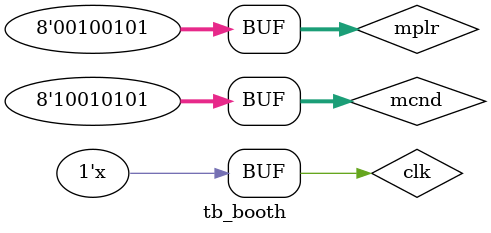
<source format=v>
`timescale 1ns/1ns

module booth_check(i,check,o,msb);
	input [7:0]i;
	input [2:0]check;
	output reg [7:0]o;
	output reg msb;

	always @(*) begin
		case (check)
			3'b000, 3'b111 : begin
				o = 8'b0000_0000;
				msb = 1'b0;
			end
	
			3'b001, 3'b010 : begin
				o = i;
				msb = i[7];
			end
		
			3'b011 : begin
				o = i <<1;
				msb = i[7];
			end

			3'b100 : begin 	
				o = (~i+1'b1) << 1;
				msb = ~i[7];
			end

			3'b101, 3'b110 : begin
				o = ~i+1'b1;
				msb = ~i[7];
			end
		endcase
	end
endmodule

module booth_top(a,b,clk,o);
	input [7:0]a,b;
	input clk;
	output [15:0]o;

	wire [7:0]pp0,pp1,pp2,pp3;
	wire m0,m1,m2,m3;
	wire [15:0] s0,s1;
	wire cout1,cout2,cout3;

	booth_check ck0(a,{b[1:0],1'b0},pp0,m0);
	booth_check ck1(a,{b[3:1]},pp1,m1);
	booth_check ck2(a,{b[5:3]},pp2,m2);
	booth_check ck3(a,{b[7:5]},pp3,m3);

	pp_16_rca bt_rca0(clk,{{8{m0}},pp0},{{6{m1}},pp1,2'b00},1'b0,s0,cout1);
	pp_16_rca bt_rca1(clk,{{4{m2}},pp2,4'b0000},{{2{m3}},pp3,6'b000_000},1'b0,s1,cout2);
	pp_16_rca bt_rca2(clk,s0,s1,1'b0,o,cout3);
endmodule

module tb_booth();

reg [7:0]mcnd;
reg [7:0]mplr;
reg clk = 1'b0;

wire [15:0]rslt;

booth_top bt_n_0(mcnd, mplr, clk, rslt);

always #5 clk = ~clk;

initial begin
mcnd = 8'b0001_0101; mplr = 8'b1010_1111; 
#10
mcnd = 8'b1011_0101; mplr = 8'b0010_1110; 
#10
mcnd = 8'b1101_0110; mplr = 8'b0100_1011; 
#10
mcnd = 8'b1011_0001; mplr = 8'b0010_1011; 
#10
mcnd = 8'b1001_0101; mplr = 8'b0010_0101; 

end

endmodule

</source>
